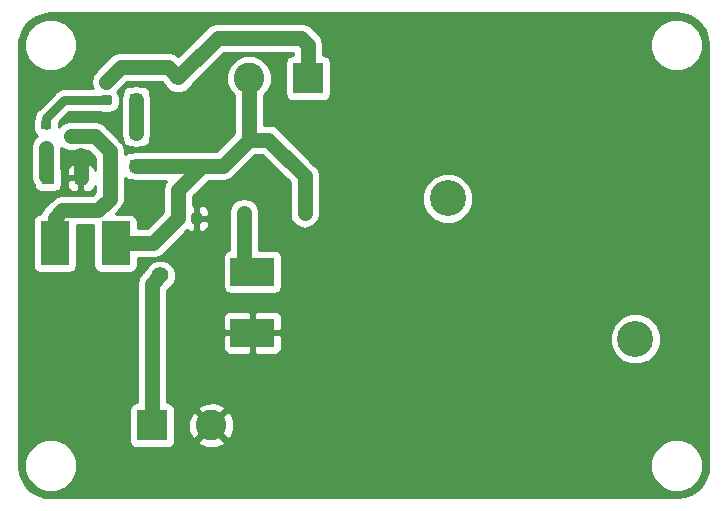
<source format=gbr>
G04 #@! TF.GenerationSoftware,KiCad,Pcbnew,5.0.1*
G04 #@! TF.CreationDate,2019-03-15T13:28:57+13:00*
G04 #@! TF.ProjectId,spiroBoard,737069726F426F6172642E6B69636164,rev?*
G04 #@! TF.SameCoordinates,Original*
G04 #@! TF.FileFunction,Copper,L1,Top,Signal*
G04 #@! TF.FilePolarity,Positive*
%FSLAX46Y46*%
G04 Gerber Fmt 4.6, Leading zero omitted, Abs format (unit mm)*
G04 Created by KiCad (PCBNEW 5.0.1) date Fri 15 Mar 2019 01:28:57 PM NZDT*
%MOMM*%
%LPD*%
G01*
G04 APERTURE LIST*
G04 #@! TA.AperFunction,ComponentPad*
%ADD10C,1.200000*%
G04 #@! TD*
G04 #@! TA.AperFunction,SMDPad,CuDef*
%ADD11R,3.700000X2.450000*%
G04 #@! TD*
G04 #@! TA.AperFunction,SMDPad,CuDef*
%ADD12R,2.450000X3.700000*%
G04 #@! TD*
G04 #@! TA.AperFunction,Conductor*
%ADD13C,0.100000*%
G04 #@! TD*
G04 #@! TA.AperFunction,SMDPad,CuDef*
%ADD14C,0.875000*%
G04 #@! TD*
G04 #@! TA.AperFunction,SMDPad,CuDef*
%ADD15R,1.100000X1.100000*%
G04 #@! TD*
G04 #@! TA.AperFunction,ComponentPad*
%ADD16R,2.600000X2.600000*%
G04 #@! TD*
G04 #@! TA.AperFunction,ComponentPad*
%ADD17C,2.600000*%
G04 #@! TD*
G04 #@! TA.AperFunction,SMDPad,CuDef*
%ADD18R,0.900000X0.700000*%
G04 #@! TD*
G04 #@! TA.AperFunction,ComponentPad*
%ADD19C,3.050000*%
G04 #@! TD*
G04 #@! TA.AperFunction,ViaPad*
%ADD20C,0.800000*%
G04 #@! TD*
G04 #@! TA.AperFunction,ViaPad*
%ADD21C,1.400000*%
G04 #@! TD*
G04 #@! TA.AperFunction,Conductor*
%ADD22C,0.250000*%
G04 #@! TD*
G04 #@! TA.AperFunction,Conductor*
%ADD23C,1.270000*%
G04 #@! TD*
G04 #@! TA.AperFunction,Conductor*
%ADD24C,0.760000*%
G04 #@! TD*
G04 #@! TA.AperFunction,Conductor*
%ADD25C,0.254000*%
G04 #@! TD*
G04 APERTURE END LIST*
D10*
G04 #@! TO.P,R3,2*
G04 #@! TO.N,Net-(R3-Pad2)*
X152400000Y-90242000D03*
G04 #@! TO.P,R3,1*
G04 #@! TO.N,/solenoid-*
X157500000Y-90242000D03*
G04 #@! TD*
D11*
G04 #@! TO.P,R5,1*
G04 #@! TO.N,Net-(R3-Pad2)*
X153090000Y-95200000D03*
G04 #@! TO.P,R5,2*
G04 #@! TO.N,/GND*
X153090000Y-100350000D03*
G04 #@! TD*
D12*
G04 #@! TO.P,R2,2*
G04 #@! TO.N,/solenoid-*
X141498000Y-92782000D03*
G04 #@! TO.P,R2,1*
G04 #@! TO.N,Net-(PMOS1-Pad3)*
X136348000Y-92782000D03*
G04 #@! TD*
D13*
G04 #@! TO.N,/solenoid-*
G04 #@! TO.C,C1*
G36*
X147026691Y-90204053D02*
X147047926Y-90207203D01*
X147068750Y-90212419D01*
X147088962Y-90219651D01*
X147108368Y-90228830D01*
X147126781Y-90239866D01*
X147144024Y-90252654D01*
X147159930Y-90267070D01*
X147174346Y-90282976D01*
X147187134Y-90300219D01*
X147198170Y-90318632D01*
X147207349Y-90338038D01*
X147214581Y-90358250D01*
X147219797Y-90379074D01*
X147222947Y-90400309D01*
X147224000Y-90421750D01*
X147224000Y-90934250D01*
X147222947Y-90955691D01*
X147219797Y-90976926D01*
X147214581Y-90997750D01*
X147207349Y-91017962D01*
X147198170Y-91037368D01*
X147187134Y-91055781D01*
X147174346Y-91073024D01*
X147159930Y-91088930D01*
X147144024Y-91103346D01*
X147126781Y-91116134D01*
X147108368Y-91127170D01*
X147088962Y-91136349D01*
X147068750Y-91143581D01*
X147047926Y-91148797D01*
X147026691Y-91151947D01*
X147005250Y-91153000D01*
X146567750Y-91153000D01*
X146546309Y-91151947D01*
X146525074Y-91148797D01*
X146504250Y-91143581D01*
X146484038Y-91136349D01*
X146464632Y-91127170D01*
X146446219Y-91116134D01*
X146428976Y-91103346D01*
X146413070Y-91088930D01*
X146398654Y-91073024D01*
X146385866Y-91055781D01*
X146374830Y-91037368D01*
X146365651Y-91017962D01*
X146358419Y-90997750D01*
X146353203Y-90976926D01*
X146350053Y-90955691D01*
X146349000Y-90934250D01*
X146349000Y-90421750D01*
X146350053Y-90400309D01*
X146353203Y-90379074D01*
X146358419Y-90358250D01*
X146365651Y-90338038D01*
X146374830Y-90318632D01*
X146385866Y-90300219D01*
X146398654Y-90282976D01*
X146413070Y-90267070D01*
X146428976Y-90252654D01*
X146446219Y-90239866D01*
X146464632Y-90228830D01*
X146484038Y-90219651D01*
X146504250Y-90212419D01*
X146525074Y-90207203D01*
X146546309Y-90204053D01*
X146567750Y-90203000D01*
X147005250Y-90203000D01*
X147026691Y-90204053D01*
X147026691Y-90204053D01*
G37*
D14*
G04 #@! TD*
G04 #@! TO.P,C1,1*
G04 #@! TO.N,/solenoid-*
X146786500Y-90678000D03*
D13*
G04 #@! TO.N,/GND*
G04 #@! TO.C,C1*
G36*
X148601691Y-90204053D02*
X148622926Y-90207203D01*
X148643750Y-90212419D01*
X148663962Y-90219651D01*
X148683368Y-90228830D01*
X148701781Y-90239866D01*
X148719024Y-90252654D01*
X148734930Y-90267070D01*
X148749346Y-90282976D01*
X148762134Y-90300219D01*
X148773170Y-90318632D01*
X148782349Y-90338038D01*
X148789581Y-90358250D01*
X148794797Y-90379074D01*
X148797947Y-90400309D01*
X148799000Y-90421750D01*
X148799000Y-90934250D01*
X148797947Y-90955691D01*
X148794797Y-90976926D01*
X148789581Y-90997750D01*
X148782349Y-91017962D01*
X148773170Y-91037368D01*
X148762134Y-91055781D01*
X148749346Y-91073024D01*
X148734930Y-91088930D01*
X148719024Y-91103346D01*
X148701781Y-91116134D01*
X148683368Y-91127170D01*
X148663962Y-91136349D01*
X148643750Y-91143581D01*
X148622926Y-91148797D01*
X148601691Y-91151947D01*
X148580250Y-91153000D01*
X148142750Y-91153000D01*
X148121309Y-91151947D01*
X148100074Y-91148797D01*
X148079250Y-91143581D01*
X148059038Y-91136349D01*
X148039632Y-91127170D01*
X148021219Y-91116134D01*
X148003976Y-91103346D01*
X147988070Y-91088930D01*
X147973654Y-91073024D01*
X147960866Y-91055781D01*
X147949830Y-91037368D01*
X147940651Y-91017962D01*
X147933419Y-90997750D01*
X147928203Y-90976926D01*
X147925053Y-90955691D01*
X147924000Y-90934250D01*
X147924000Y-90421750D01*
X147925053Y-90400309D01*
X147928203Y-90379074D01*
X147933419Y-90358250D01*
X147940651Y-90338038D01*
X147949830Y-90318632D01*
X147960866Y-90300219D01*
X147973654Y-90282976D01*
X147988070Y-90267070D01*
X148003976Y-90252654D01*
X148021219Y-90239866D01*
X148039632Y-90228830D01*
X148059038Y-90219651D01*
X148079250Y-90212419D01*
X148100074Y-90207203D01*
X148121309Y-90204053D01*
X148142750Y-90203000D01*
X148580250Y-90203000D01*
X148601691Y-90204053D01*
X148601691Y-90204053D01*
G37*
D14*
G04 #@! TD*
G04 #@! TO.P,C1,2*
G04 #@! TO.N,/GND*
X148361500Y-90678000D03*
D15*
G04 #@! TO.P,D1,1*
G04 #@! TO.N,/Vin*
X143256000Y-77848000D03*
G04 #@! TO.P,D1,2*
G04 #@! TO.N,Net-(D1-Pad2)*
X143256000Y-80648000D03*
G04 #@! TD*
G04 #@! TO.P,D2,2*
G04 #@! TO.N,/solenoid-*
X143256000Y-86236000D03*
G04 #@! TO.P,D2,1*
G04 #@! TO.N,Net-(D1-Pad2)*
X143256000Y-83436000D03*
G04 #@! TD*
G04 #@! TO.P,D3,1*
G04 #@! TO.N,/GND*
X138560000Y-87249000D03*
G04 #@! TO.P,D3,2*
G04 #@! TO.N,Net-(D3-Pad2)*
X135760000Y-87249000D03*
G04 #@! TD*
D16*
G04 #@! TO.P,INPUT1,1*
G04 #@! TO.N,/Vin*
X144600000Y-108200000D03*
D17*
G04 #@! TO.P,INPUT1,2*
G04 #@! TO.N,/GND*
X149600000Y-108200000D03*
G04 #@! TD*
G04 #@! TO.P,SOL1,2*
G04 #@! TO.N,/solenoid-*
X152800000Y-78800000D03*
D16*
G04 #@! TO.P,SOL1,1*
G04 #@! TO.N,/Vin*
X157800000Y-78800000D03*
G04 #@! TD*
D18*
G04 #@! TO.P,PMOS1,1*
G04 #@! TO.N,Net-(PMOS1-Pad1)*
X135636000Y-82773000D03*
G04 #@! TO.P,PMOS1,3*
G04 #@! TO.N,Net-(PMOS1-Pad3)*
X137736000Y-83723000D03*
G04 #@! TO.P,PMOS1,2*
G04 #@! TO.N,Net-(D3-Pad2)*
X135636000Y-84673000D03*
G04 #@! TD*
D13*
G04 #@! TO.N,/Vin*
G04 #@! TO.C,R1*
G36*
X140993691Y-78659053D02*
X141014926Y-78662203D01*
X141035750Y-78667419D01*
X141055962Y-78674651D01*
X141075368Y-78683830D01*
X141093781Y-78694866D01*
X141111024Y-78707654D01*
X141126930Y-78722070D01*
X141141346Y-78737976D01*
X141154134Y-78755219D01*
X141165170Y-78773632D01*
X141174349Y-78793038D01*
X141181581Y-78813250D01*
X141186797Y-78834074D01*
X141189947Y-78855309D01*
X141191000Y-78876750D01*
X141191000Y-79314250D01*
X141189947Y-79335691D01*
X141186797Y-79356926D01*
X141181581Y-79377750D01*
X141174349Y-79397962D01*
X141165170Y-79417368D01*
X141154134Y-79435781D01*
X141141346Y-79453024D01*
X141126930Y-79468930D01*
X141111024Y-79483346D01*
X141093781Y-79496134D01*
X141075368Y-79507170D01*
X141055962Y-79516349D01*
X141035750Y-79523581D01*
X141014926Y-79528797D01*
X140993691Y-79531947D01*
X140972250Y-79533000D01*
X140459750Y-79533000D01*
X140438309Y-79531947D01*
X140417074Y-79528797D01*
X140396250Y-79523581D01*
X140376038Y-79516349D01*
X140356632Y-79507170D01*
X140338219Y-79496134D01*
X140320976Y-79483346D01*
X140305070Y-79468930D01*
X140290654Y-79453024D01*
X140277866Y-79435781D01*
X140266830Y-79417368D01*
X140257651Y-79397962D01*
X140250419Y-79377750D01*
X140245203Y-79356926D01*
X140242053Y-79335691D01*
X140241000Y-79314250D01*
X140241000Y-78876750D01*
X140242053Y-78855309D01*
X140245203Y-78834074D01*
X140250419Y-78813250D01*
X140257651Y-78793038D01*
X140266830Y-78773632D01*
X140277866Y-78755219D01*
X140290654Y-78737976D01*
X140305070Y-78722070D01*
X140320976Y-78707654D01*
X140338219Y-78694866D01*
X140356632Y-78683830D01*
X140376038Y-78674651D01*
X140396250Y-78667419D01*
X140417074Y-78662203D01*
X140438309Y-78659053D01*
X140459750Y-78658000D01*
X140972250Y-78658000D01*
X140993691Y-78659053D01*
X140993691Y-78659053D01*
G37*
D14*
G04 #@! TD*
G04 #@! TO.P,R1,1*
G04 #@! TO.N,/Vin*
X140716000Y-79095500D03*
D13*
G04 #@! TO.N,Net-(PMOS1-Pad1)*
G04 #@! TO.C,R1*
G36*
X140993691Y-80234053D02*
X141014926Y-80237203D01*
X141035750Y-80242419D01*
X141055962Y-80249651D01*
X141075368Y-80258830D01*
X141093781Y-80269866D01*
X141111024Y-80282654D01*
X141126930Y-80297070D01*
X141141346Y-80312976D01*
X141154134Y-80330219D01*
X141165170Y-80348632D01*
X141174349Y-80368038D01*
X141181581Y-80388250D01*
X141186797Y-80409074D01*
X141189947Y-80430309D01*
X141191000Y-80451750D01*
X141191000Y-80889250D01*
X141189947Y-80910691D01*
X141186797Y-80931926D01*
X141181581Y-80952750D01*
X141174349Y-80972962D01*
X141165170Y-80992368D01*
X141154134Y-81010781D01*
X141141346Y-81028024D01*
X141126930Y-81043930D01*
X141111024Y-81058346D01*
X141093781Y-81071134D01*
X141075368Y-81082170D01*
X141055962Y-81091349D01*
X141035750Y-81098581D01*
X141014926Y-81103797D01*
X140993691Y-81106947D01*
X140972250Y-81108000D01*
X140459750Y-81108000D01*
X140438309Y-81106947D01*
X140417074Y-81103797D01*
X140396250Y-81098581D01*
X140376038Y-81091349D01*
X140356632Y-81082170D01*
X140338219Y-81071134D01*
X140320976Y-81058346D01*
X140305070Y-81043930D01*
X140290654Y-81028024D01*
X140277866Y-81010781D01*
X140266830Y-80992368D01*
X140257651Y-80972962D01*
X140250419Y-80952750D01*
X140245203Y-80931926D01*
X140242053Y-80910691D01*
X140241000Y-80889250D01*
X140241000Y-80451750D01*
X140242053Y-80430309D01*
X140245203Y-80409074D01*
X140250419Y-80388250D01*
X140257651Y-80368038D01*
X140266830Y-80348632D01*
X140277866Y-80330219D01*
X140290654Y-80312976D01*
X140305070Y-80297070D01*
X140320976Y-80282654D01*
X140338219Y-80269866D01*
X140356632Y-80258830D01*
X140376038Y-80249651D01*
X140396250Y-80242419D01*
X140417074Y-80237203D01*
X140438309Y-80234053D01*
X140459750Y-80233000D01*
X140972250Y-80233000D01*
X140993691Y-80234053D01*
X140993691Y-80234053D01*
G37*
D14*
G04 #@! TD*
G04 #@! TO.P,R1,2*
G04 #@! TO.N,Net-(PMOS1-Pad1)*
X140716000Y-80670500D03*
D19*
G04 #@! TO.P,Solenoid1,~*
G04 #@! TO.N,N/C*
X185502473Y-100875901D03*
X169627473Y-88985901D03*
G04 #@! TD*
D20*
G04 #@! TO.N,/GND*
X153200000Y-100400000D03*
D21*
X138560000Y-85400000D03*
X143800000Y-88600000D03*
G04 #@! TO.N,/Vin*
X145288000Y-95504000D03*
X146812000Y-78740000D03*
G04 #@! TD*
D22*
G04 #@! TO.N,/solenoid-*
X143380000Y-86360000D02*
X143256000Y-86236000D01*
X142103500Y-92176500D02*
X141498000Y-92782000D01*
D23*
X144682500Y-92782000D02*
X146812000Y-90652500D01*
X141498000Y-92782000D02*
X144682500Y-92782000D01*
X146812000Y-88268000D02*
X148844000Y-86236000D01*
X146812000Y-90652500D02*
X146812000Y-88268000D01*
X147320000Y-86236000D02*
X148844000Y-86236000D01*
X147320000Y-86236000D02*
X143256000Y-86236000D01*
X148844000Y-86236000D02*
X150564000Y-86236000D01*
X152800000Y-84000000D02*
X152800000Y-78800000D01*
X150564000Y-86236000D02*
X152800000Y-84000000D01*
X157500000Y-90242000D02*
X157500000Y-87100000D01*
X154400000Y-84000000D02*
X152800000Y-84000000D01*
X157500000Y-87100000D02*
X154400000Y-84000000D01*
D22*
G04 #@! TO.N,/GND*
X138560000Y-85240000D02*
X138600000Y-85200000D01*
D23*
X138560000Y-85400000D02*
X138560000Y-87249000D01*
G04 #@! TO.N,/Vin*
X146812000Y-78740000D02*
X145920000Y-77848000D01*
X141963500Y-77848000D02*
X143256000Y-77848000D01*
X140716000Y-79095500D02*
X141963500Y-77848000D01*
X143256000Y-77848000D02*
X145920000Y-77848000D01*
X144600000Y-96192000D02*
X145288000Y-95504000D01*
X144600000Y-108200000D02*
X144600000Y-96192000D01*
X157200000Y-75400000D02*
X157800000Y-76000000D01*
X146812000Y-78740000D02*
X150152000Y-75400000D01*
X157800000Y-76000000D02*
X157800000Y-78800000D01*
X150152000Y-75400000D02*
X157200000Y-75400000D01*
D24*
G04 #@! TO.N,Net-(PMOS1-Pad1)*
X137138500Y-80670500D02*
X135636000Y-82173000D01*
X135636000Y-82173000D02*
X135636000Y-82773000D01*
X140716000Y-80670500D02*
X137138500Y-80670500D01*
D22*
G04 #@! TO.N,Net-(PMOS1-Pad3)*
X136348000Y-92157000D02*
X136348000Y-92782000D01*
D23*
X136348000Y-92782000D02*
X136348000Y-90652000D01*
X136348000Y-90652000D02*
X137000000Y-90000000D01*
X137000000Y-90000000D02*
X140000000Y-90000000D01*
X140000000Y-90000000D02*
X141000000Y-89000000D01*
X141000000Y-89000000D02*
X141000000Y-85000000D01*
X139723000Y-83723000D02*
X137736000Y-83723000D01*
X141000000Y-85000000D02*
X139723000Y-83723000D01*
G04 #@! TO.N,Net-(D1-Pad2)*
X143256000Y-83436000D02*
X143256000Y-80648000D01*
D22*
G04 #@! TO.N,Net-(D3-Pad2)*
X135636000Y-86744000D02*
X135760000Y-86868000D01*
X135636000Y-87125000D02*
X135760000Y-87249000D01*
D23*
X135636000Y-84673000D02*
X135636000Y-87125000D01*
D22*
G04 #@! TO.N,Net-(R3-Pad2)*
X152400000Y-94510000D02*
X153090000Y-95200000D01*
D23*
X152400000Y-90242000D02*
X152400000Y-94510000D01*
G04 #@! TD*
D25*
G04 #@! TO.N,/GND*
G36*
X189576741Y-73376831D02*
X190126574Y-73561871D01*
X190623847Y-73860662D01*
X191045359Y-74259267D01*
X191371440Y-74739082D01*
X191586885Y-75277730D01*
X191686327Y-75878414D01*
X191690000Y-76009906D01*
X191690001Y-111561541D01*
X191623169Y-112176741D01*
X191438129Y-112726574D01*
X191139339Y-113223845D01*
X190740737Y-113645356D01*
X190260918Y-113971441D01*
X189722270Y-114186884D01*
X189121585Y-114286327D01*
X188990094Y-114290000D01*
X136038450Y-114290000D01*
X135423259Y-114223169D01*
X134873426Y-114038129D01*
X134376155Y-113739339D01*
X133954644Y-113340737D01*
X133628559Y-112860918D01*
X133413116Y-112322270D01*
X133313673Y-111721585D01*
X133310000Y-111590094D01*
X133310000Y-111155431D01*
X133765000Y-111155431D01*
X133765000Y-112044569D01*
X134105259Y-112866026D01*
X134733974Y-113494741D01*
X135555431Y-113835000D01*
X136444569Y-113835000D01*
X137266026Y-113494741D01*
X137894741Y-112866026D01*
X138235000Y-112044569D01*
X138235000Y-111155431D01*
X186765000Y-111155431D01*
X186765000Y-112044569D01*
X187105259Y-112866026D01*
X187733974Y-113494741D01*
X188555431Y-113835000D01*
X189444569Y-113835000D01*
X190266026Y-113494741D01*
X190894741Y-112866026D01*
X191235000Y-112044569D01*
X191235000Y-111155431D01*
X190894741Y-110333974D01*
X190266026Y-109705259D01*
X189444569Y-109365000D01*
X188555431Y-109365000D01*
X187733974Y-109705259D01*
X187105259Y-110333974D01*
X186765000Y-111155431D01*
X138235000Y-111155431D01*
X137894741Y-110333974D01*
X137266026Y-109705259D01*
X136444569Y-109365000D01*
X135555431Y-109365000D01*
X134733974Y-109705259D01*
X134105259Y-110333974D01*
X133765000Y-111155431D01*
X133310000Y-111155431D01*
X133310000Y-106900000D01*
X142652560Y-106900000D01*
X142652560Y-109500000D01*
X142701843Y-109747765D01*
X142842191Y-109957809D01*
X143052235Y-110098157D01*
X143300000Y-110147440D01*
X145900000Y-110147440D01*
X146147765Y-110098157D01*
X146357809Y-109957809D01*
X146498157Y-109747765D01*
X146533623Y-109569459D01*
X148410146Y-109569459D01*
X148545504Y-109867455D01*
X149263880Y-110144066D01*
X150033427Y-110124710D01*
X150654496Y-109867455D01*
X150789854Y-109569459D01*
X149600000Y-108379605D01*
X148410146Y-109569459D01*
X146533623Y-109569459D01*
X146547440Y-109500000D01*
X146547440Y-107863880D01*
X147655934Y-107863880D01*
X147675290Y-108633427D01*
X147932545Y-109254496D01*
X148230541Y-109389854D01*
X149420395Y-108200000D01*
X149779605Y-108200000D01*
X150969459Y-109389854D01*
X151267455Y-109254496D01*
X151544066Y-108536120D01*
X151524710Y-107766573D01*
X151267455Y-107145504D01*
X150969459Y-107010146D01*
X149779605Y-108200000D01*
X149420395Y-108200000D01*
X148230541Y-107010146D01*
X147932545Y-107145504D01*
X147655934Y-107863880D01*
X146547440Y-107863880D01*
X146547440Y-106900000D01*
X146533624Y-106830541D01*
X148410146Y-106830541D01*
X149600000Y-108020395D01*
X150789854Y-106830541D01*
X150654496Y-106532545D01*
X149936120Y-106255934D01*
X149166573Y-106275290D01*
X148545504Y-106532545D01*
X148410146Y-106830541D01*
X146533624Y-106830541D01*
X146498157Y-106652235D01*
X146357809Y-106442191D01*
X146147765Y-106301843D01*
X145900000Y-106252560D01*
X145870000Y-106252560D01*
X145870000Y-100635750D01*
X150605000Y-100635750D01*
X150605000Y-101701309D01*
X150701673Y-101934698D01*
X150880301Y-102113327D01*
X151113690Y-102210000D01*
X152804250Y-102210000D01*
X152963000Y-102051250D01*
X152963000Y-100477000D01*
X153217000Y-100477000D01*
X153217000Y-102051250D01*
X153375750Y-102210000D01*
X155066310Y-102210000D01*
X155299699Y-102113327D01*
X155478327Y-101934698D01*
X155575000Y-101701309D01*
X155575000Y-100635750D01*
X155416250Y-100477000D01*
X153217000Y-100477000D01*
X152963000Y-100477000D01*
X150763750Y-100477000D01*
X150605000Y-100635750D01*
X145870000Y-100635750D01*
X145870000Y-100446250D01*
X183342473Y-100446250D01*
X183342473Y-101305552D01*
X183671313Y-102099443D01*
X184278931Y-102707061D01*
X185072822Y-103035901D01*
X185932124Y-103035901D01*
X186726015Y-102707061D01*
X187333633Y-102099443D01*
X187662473Y-101305552D01*
X187662473Y-100446250D01*
X187333633Y-99652359D01*
X186726015Y-99044741D01*
X185932124Y-98715901D01*
X185072822Y-98715901D01*
X184278931Y-99044741D01*
X183671313Y-99652359D01*
X183342473Y-100446250D01*
X145870000Y-100446250D01*
X145870000Y-98998691D01*
X150605000Y-98998691D01*
X150605000Y-100064250D01*
X150763750Y-100223000D01*
X152963000Y-100223000D01*
X152963000Y-98648750D01*
X153217000Y-98648750D01*
X153217000Y-100223000D01*
X155416250Y-100223000D01*
X155575000Y-100064250D01*
X155575000Y-98998691D01*
X155478327Y-98765302D01*
X155299699Y-98586673D01*
X155066310Y-98490000D01*
X153375750Y-98490000D01*
X153217000Y-98648750D01*
X152963000Y-98648750D01*
X152804250Y-98490000D01*
X151113690Y-98490000D01*
X150880301Y-98586673D01*
X150701673Y-98765302D01*
X150605000Y-98998691D01*
X145870000Y-98998691D01*
X145870000Y-96718050D01*
X145887291Y-96700759D01*
X146044217Y-96635758D01*
X146419758Y-96260217D01*
X146623000Y-95769548D01*
X146623000Y-95238452D01*
X146419758Y-94747783D01*
X146044217Y-94372242D01*
X145553548Y-94169000D01*
X145022452Y-94169000D01*
X144531783Y-94372242D01*
X144156242Y-94747783D01*
X144091241Y-94904709D01*
X143790419Y-95205531D01*
X143684383Y-95276382D01*
X143613532Y-95382418D01*
X143613530Y-95382420D01*
X143403688Y-95696471D01*
X143305121Y-96192000D01*
X143330001Y-96317080D01*
X143330000Y-106252560D01*
X143300000Y-106252560D01*
X143052235Y-106301843D01*
X142842191Y-106442191D01*
X142701843Y-106652235D01*
X142652560Y-106900000D01*
X133310000Y-106900000D01*
X133310000Y-84547921D01*
X134366000Y-84547921D01*
X134366001Y-87250080D01*
X134439688Y-87620529D01*
X134564095Y-87806717D01*
X134611843Y-88046765D01*
X134752191Y-88256809D01*
X134962235Y-88397157D01*
X135210000Y-88446440D01*
X136310000Y-88446440D01*
X136557765Y-88397157D01*
X136767809Y-88256809D01*
X136908157Y-88046765D01*
X136957440Y-87799000D01*
X136957440Y-87534750D01*
X137375000Y-87534750D01*
X137375000Y-87925310D01*
X137471673Y-88158699D01*
X137650302Y-88337327D01*
X137883691Y-88434000D01*
X138274250Y-88434000D01*
X138433000Y-88275250D01*
X138433000Y-87376000D01*
X137533750Y-87376000D01*
X137375000Y-87534750D01*
X136957440Y-87534750D01*
X136957440Y-86699000D01*
X136932316Y-86572690D01*
X137375000Y-86572690D01*
X137375000Y-86963250D01*
X137533750Y-87122000D01*
X138433000Y-87122000D01*
X138433000Y-86222750D01*
X138274250Y-86064000D01*
X137883691Y-86064000D01*
X137650302Y-86160673D01*
X137471673Y-86339301D01*
X137375000Y-86572690D01*
X136932316Y-86572690D01*
X136908157Y-86451235D01*
X136906000Y-86448007D01*
X136906000Y-84695826D01*
X137240471Y-84919313D01*
X137610920Y-84993000D01*
X139196950Y-84993000D01*
X139730001Y-85526052D01*
X139730001Y-86536478D01*
X139648327Y-86339301D01*
X139469698Y-86160673D01*
X139236309Y-86064000D01*
X138845750Y-86064000D01*
X138687000Y-86222750D01*
X138687000Y-87122000D01*
X138707000Y-87122000D01*
X138707000Y-87376000D01*
X138687000Y-87376000D01*
X138687000Y-88275250D01*
X138845750Y-88434000D01*
X139236309Y-88434000D01*
X139469698Y-88337327D01*
X139648327Y-88158699D01*
X139730000Y-87961523D01*
X139730000Y-88473949D01*
X139473950Y-88730000D01*
X137125074Y-88730000D01*
X136999999Y-88705121D01*
X136874924Y-88730000D01*
X136874920Y-88730000D01*
X136504471Y-88803687D01*
X136084382Y-89084382D01*
X136013530Y-89190420D01*
X135538419Y-89665531D01*
X135432383Y-89736382D01*
X135361532Y-89842418D01*
X135361530Y-89842420D01*
X135151688Y-90156471D01*
X135126209Y-90284560D01*
X135123000Y-90284560D01*
X134875235Y-90333843D01*
X134665191Y-90474191D01*
X134524843Y-90684235D01*
X134475560Y-90932000D01*
X134475560Y-94632000D01*
X134524843Y-94879765D01*
X134665191Y-95089809D01*
X134875235Y-95230157D01*
X135123000Y-95279440D01*
X137573000Y-95279440D01*
X137820765Y-95230157D01*
X138030809Y-95089809D01*
X138171157Y-94879765D01*
X138220440Y-94632000D01*
X138220440Y-91270000D01*
X139625560Y-91270000D01*
X139625560Y-94632000D01*
X139674843Y-94879765D01*
X139815191Y-95089809D01*
X140025235Y-95230157D01*
X140273000Y-95279440D01*
X142723000Y-95279440D01*
X142970765Y-95230157D01*
X143180809Y-95089809D01*
X143321157Y-94879765D01*
X143370440Y-94632000D01*
X143370440Y-94052000D01*
X144557425Y-94052000D01*
X144682500Y-94076879D01*
X144807575Y-94052000D01*
X144807580Y-94052000D01*
X145178029Y-93978313D01*
X145182987Y-93975000D01*
X150592560Y-93975000D01*
X150592560Y-96425000D01*
X150641843Y-96672765D01*
X150782191Y-96882809D01*
X150992235Y-97023157D01*
X151240000Y-97072440D01*
X154940000Y-97072440D01*
X155187765Y-97023157D01*
X155397809Y-96882809D01*
X155538157Y-96672765D01*
X155587440Y-96425000D01*
X155587440Y-93975000D01*
X155538157Y-93727235D01*
X155397809Y-93517191D01*
X155187765Y-93376843D01*
X154940000Y-93327560D01*
X153670000Y-93327560D01*
X153670000Y-90116920D01*
X153596313Y-89746471D01*
X153315618Y-89326382D01*
X152895528Y-89045687D01*
X152400000Y-88947120D01*
X151904471Y-89045687D01*
X151484382Y-89326382D01*
X151203687Y-89746472D01*
X151130000Y-90116921D01*
X151130001Y-93349440D01*
X150992235Y-93376843D01*
X150782191Y-93517191D01*
X150641843Y-93727235D01*
X150592560Y-93975000D01*
X145182987Y-93975000D01*
X145598118Y-93697618D01*
X145668971Y-93591579D01*
X147567782Y-91692769D01*
X147797691Y-91788000D01*
X148075750Y-91788000D01*
X148234500Y-91629250D01*
X148234500Y-90805000D01*
X148488500Y-90805000D01*
X148488500Y-91629250D01*
X148647250Y-91788000D01*
X148925309Y-91788000D01*
X149158698Y-91691327D01*
X149337327Y-91512699D01*
X149434000Y-91279310D01*
X149434000Y-90963750D01*
X149275250Y-90805000D01*
X148488500Y-90805000D01*
X148234500Y-90805000D01*
X148214500Y-90805000D01*
X148214500Y-90551000D01*
X148234500Y-90551000D01*
X148234500Y-89726750D01*
X148488500Y-89726750D01*
X148488500Y-90551000D01*
X149275250Y-90551000D01*
X149434000Y-90392250D01*
X149434000Y-90076690D01*
X149337327Y-89843301D01*
X149158698Y-89664673D01*
X148925309Y-89568000D01*
X148647250Y-89568000D01*
X148488500Y-89726750D01*
X148234500Y-89726750D01*
X148082000Y-89574250D01*
X148082000Y-88794050D01*
X149370051Y-87506000D01*
X150438925Y-87506000D01*
X150564000Y-87530879D01*
X150689075Y-87506000D01*
X150689080Y-87506000D01*
X151059529Y-87432313D01*
X151479618Y-87151618D01*
X151550471Y-87045579D01*
X153326051Y-85270000D01*
X153873950Y-85270000D01*
X156230001Y-87626052D01*
X156230000Y-90367079D01*
X156303687Y-90737528D01*
X156584382Y-91157618D01*
X157004471Y-91438313D01*
X157500000Y-91536880D01*
X157995528Y-91438313D01*
X158415618Y-91157618D01*
X158696313Y-90737529D01*
X158770000Y-90367080D01*
X158770000Y-88556250D01*
X167467473Y-88556250D01*
X167467473Y-89415552D01*
X167796313Y-90209443D01*
X168403931Y-90817061D01*
X169197822Y-91145901D01*
X170057124Y-91145901D01*
X170851015Y-90817061D01*
X171458633Y-90209443D01*
X171787473Y-89415552D01*
X171787473Y-88556250D01*
X171458633Y-87762359D01*
X170851015Y-87154741D01*
X170057124Y-86825901D01*
X169197822Y-86825901D01*
X168403931Y-87154741D01*
X167796313Y-87762359D01*
X167467473Y-88556250D01*
X158770000Y-88556250D01*
X158770000Y-87225074D01*
X158794879Y-87099999D01*
X158770000Y-86974924D01*
X158770000Y-86974920D01*
X158696313Y-86604471D01*
X158532962Y-86359999D01*
X158486470Y-86290419D01*
X158486469Y-86290418D01*
X158415618Y-86184382D01*
X158309581Y-86113531D01*
X155386471Y-83190421D01*
X155315618Y-83084382D01*
X154895529Y-82803687D01*
X154525080Y-82730000D01*
X154525075Y-82730000D01*
X154400000Y-82705121D01*
X154274925Y-82730000D01*
X154070000Y-82730000D01*
X154070000Y-80266504D01*
X154440414Y-79896090D01*
X154735000Y-79184895D01*
X154735000Y-78415105D01*
X154440414Y-77703910D01*
X153896090Y-77159586D01*
X153184895Y-76865000D01*
X152415105Y-76865000D01*
X151703910Y-77159586D01*
X151159586Y-77703910D01*
X150865000Y-78415105D01*
X150865000Y-79184895D01*
X151159586Y-79896090D01*
X151530001Y-80266505D01*
X151530000Y-83473949D01*
X150037950Y-84966000D01*
X148969075Y-84966000D01*
X148844000Y-84941121D01*
X148718925Y-84966000D01*
X143130920Y-84966000D01*
X142766137Y-85038560D01*
X142706000Y-85038560D01*
X142458235Y-85087843D01*
X142270000Y-85213619D01*
X142270000Y-85125076D01*
X142294879Y-85000000D01*
X142270000Y-84874924D01*
X142270000Y-84874920D01*
X142196313Y-84504471D01*
X142015433Y-84233765D01*
X141986470Y-84190419D01*
X141986469Y-84190418D01*
X141915618Y-84084382D01*
X141809581Y-84013530D01*
X141357130Y-83561079D01*
X141986000Y-83561079D01*
X142058560Y-83925862D01*
X142058560Y-83986000D01*
X142107843Y-84233765D01*
X142248191Y-84443809D01*
X142458235Y-84584157D01*
X142706000Y-84633440D01*
X142766137Y-84633440D01*
X143256000Y-84730880D01*
X143745862Y-84633440D01*
X143806000Y-84633440D01*
X144053765Y-84584157D01*
X144263809Y-84443809D01*
X144404157Y-84233765D01*
X144453440Y-83986000D01*
X144453440Y-83925863D01*
X144526000Y-83561080D01*
X144526000Y-80522920D01*
X144453440Y-80158137D01*
X144453440Y-80098000D01*
X144404157Y-79850235D01*
X144263809Y-79640191D01*
X144053765Y-79499843D01*
X143806000Y-79450560D01*
X143745863Y-79450560D01*
X143256000Y-79353120D01*
X142766138Y-79450560D01*
X142706000Y-79450560D01*
X142458235Y-79499843D01*
X142248191Y-79640191D01*
X142107843Y-79850235D01*
X142058560Y-80098000D01*
X142058560Y-80158142D01*
X141986001Y-80522920D01*
X141986000Y-83561079D01*
X141357130Y-83561079D01*
X140709471Y-82913421D01*
X140638618Y-82807382D01*
X140218529Y-82526687D01*
X139848080Y-82453000D01*
X139848075Y-82453000D01*
X139723000Y-82428121D01*
X139597925Y-82453000D01*
X137610920Y-82453000D01*
X137240471Y-82526687D01*
X136820382Y-82807382D01*
X136733440Y-82937500D01*
X136733440Y-82510986D01*
X137558927Y-81685500D01*
X140122279Y-81685500D01*
X140128273Y-81689505D01*
X140459750Y-81755440D01*
X140972250Y-81755440D01*
X141303727Y-81689505D01*
X141584739Y-81501739D01*
X141772505Y-81220727D01*
X141838440Y-80889250D01*
X141838440Y-80451750D01*
X141772505Y-80120273D01*
X141658259Y-79949291D01*
X142489551Y-79118000D01*
X145393949Y-79118000D01*
X145615242Y-79339293D01*
X145680242Y-79496217D01*
X146055783Y-79871758D01*
X146546452Y-80075000D01*
X147077548Y-80075000D01*
X147568217Y-79871758D01*
X147943758Y-79496217D01*
X148008759Y-79339291D01*
X150678051Y-76670000D01*
X156530000Y-76670000D01*
X156530000Y-76852560D01*
X156500000Y-76852560D01*
X156252235Y-76901843D01*
X156042191Y-77042191D01*
X155901843Y-77252235D01*
X155852560Y-77500000D01*
X155852560Y-80100000D01*
X155901843Y-80347765D01*
X156042191Y-80557809D01*
X156252235Y-80698157D01*
X156500000Y-80747440D01*
X159100000Y-80747440D01*
X159347765Y-80698157D01*
X159557809Y-80557809D01*
X159698157Y-80347765D01*
X159747440Y-80100000D01*
X159747440Y-77500000D01*
X159698157Y-77252235D01*
X159557809Y-77042191D01*
X159347765Y-76901843D01*
X159100000Y-76852560D01*
X159070000Y-76852560D01*
X159070000Y-76125074D01*
X159094879Y-75999999D01*
X159070000Y-75874924D01*
X159070000Y-75874920D01*
X159006450Y-75555431D01*
X186765000Y-75555431D01*
X186765000Y-76444569D01*
X187105259Y-77266026D01*
X187733974Y-77894741D01*
X188555431Y-78235000D01*
X189444569Y-78235000D01*
X190266026Y-77894741D01*
X190894741Y-77266026D01*
X191235000Y-76444569D01*
X191235000Y-75555431D01*
X190894741Y-74733974D01*
X190266026Y-74105259D01*
X189444569Y-73765000D01*
X188555431Y-73765000D01*
X187733974Y-74105259D01*
X187105259Y-74733974D01*
X186765000Y-75555431D01*
X159006450Y-75555431D01*
X158996313Y-75504471D01*
X158715618Y-75084382D01*
X158609579Y-75013529D01*
X158186471Y-74590421D01*
X158115618Y-74484382D01*
X157695529Y-74203687D01*
X157325080Y-74130000D01*
X157325075Y-74130000D01*
X157200000Y-74105121D01*
X157074925Y-74130000D01*
X150277074Y-74130000D01*
X150151999Y-74105121D01*
X150026924Y-74130000D01*
X150026920Y-74130000D01*
X149656471Y-74203687D01*
X149236382Y-74484382D01*
X149165531Y-74590419D01*
X146828394Y-76927555D01*
X146415529Y-76651687D01*
X146045080Y-76578000D01*
X146045075Y-76578000D01*
X145920000Y-76553121D01*
X145794925Y-76578000D01*
X142088574Y-76578000D01*
X141963499Y-76553121D01*
X141838424Y-76578000D01*
X141838420Y-76578000D01*
X141467971Y-76651687D01*
X141047882Y-76932382D01*
X140977030Y-77038419D01*
X139729530Y-78285920D01*
X139519688Y-78599971D01*
X139421121Y-79095500D01*
X139519688Y-79591029D01*
X139562766Y-79655500D01*
X137238463Y-79655500D01*
X137138500Y-79635616D01*
X137038536Y-79655500D01*
X137038532Y-79655500D01*
X136742467Y-79714391D01*
X136742465Y-79714392D01*
X136742466Y-79714392D01*
X136506951Y-79871758D01*
X136406726Y-79938726D01*
X136350099Y-80023474D01*
X134988976Y-81384598D01*
X134904226Y-81441226D01*
X134679891Y-81776968D01*
X134621000Y-82073033D01*
X134621000Y-82073037D01*
X134606109Y-82147898D01*
X134587843Y-82175235D01*
X134538560Y-82423000D01*
X134538560Y-83123000D01*
X134587843Y-83370765D01*
X134728191Y-83580809D01*
X134856416Y-83666487D01*
X134720382Y-83757382D01*
X134439687Y-84177472D01*
X134366000Y-84547921D01*
X133310000Y-84547921D01*
X133310000Y-76038450D01*
X133362472Y-75555431D01*
X133765000Y-75555431D01*
X133765000Y-76444569D01*
X134105259Y-77266026D01*
X134733974Y-77894741D01*
X135555431Y-78235000D01*
X136444569Y-78235000D01*
X137266026Y-77894741D01*
X137894741Y-77266026D01*
X138235000Y-76444569D01*
X138235000Y-75555431D01*
X137894741Y-74733974D01*
X137266026Y-74105259D01*
X136444569Y-73765000D01*
X135555431Y-73765000D01*
X134733974Y-74105259D01*
X134105259Y-74733974D01*
X133765000Y-75555431D01*
X133362472Y-75555431D01*
X133376831Y-75423259D01*
X133561871Y-74873426D01*
X133860662Y-74376153D01*
X134259267Y-73954641D01*
X134739082Y-73628560D01*
X135277730Y-73413115D01*
X135878414Y-73313673D01*
X136009906Y-73310000D01*
X188961550Y-73310000D01*
X189576741Y-73376831D01*
X189576741Y-73376831D01*
G37*
X189576741Y-73376831D02*
X190126574Y-73561871D01*
X190623847Y-73860662D01*
X191045359Y-74259267D01*
X191371440Y-74739082D01*
X191586885Y-75277730D01*
X191686327Y-75878414D01*
X191690000Y-76009906D01*
X191690001Y-111561541D01*
X191623169Y-112176741D01*
X191438129Y-112726574D01*
X191139339Y-113223845D01*
X190740737Y-113645356D01*
X190260918Y-113971441D01*
X189722270Y-114186884D01*
X189121585Y-114286327D01*
X188990094Y-114290000D01*
X136038450Y-114290000D01*
X135423259Y-114223169D01*
X134873426Y-114038129D01*
X134376155Y-113739339D01*
X133954644Y-113340737D01*
X133628559Y-112860918D01*
X133413116Y-112322270D01*
X133313673Y-111721585D01*
X133310000Y-111590094D01*
X133310000Y-111155431D01*
X133765000Y-111155431D01*
X133765000Y-112044569D01*
X134105259Y-112866026D01*
X134733974Y-113494741D01*
X135555431Y-113835000D01*
X136444569Y-113835000D01*
X137266026Y-113494741D01*
X137894741Y-112866026D01*
X138235000Y-112044569D01*
X138235000Y-111155431D01*
X186765000Y-111155431D01*
X186765000Y-112044569D01*
X187105259Y-112866026D01*
X187733974Y-113494741D01*
X188555431Y-113835000D01*
X189444569Y-113835000D01*
X190266026Y-113494741D01*
X190894741Y-112866026D01*
X191235000Y-112044569D01*
X191235000Y-111155431D01*
X190894741Y-110333974D01*
X190266026Y-109705259D01*
X189444569Y-109365000D01*
X188555431Y-109365000D01*
X187733974Y-109705259D01*
X187105259Y-110333974D01*
X186765000Y-111155431D01*
X138235000Y-111155431D01*
X137894741Y-110333974D01*
X137266026Y-109705259D01*
X136444569Y-109365000D01*
X135555431Y-109365000D01*
X134733974Y-109705259D01*
X134105259Y-110333974D01*
X133765000Y-111155431D01*
X133310000Y-111155431D01*
X133310000Y-106900000D01*
X142652560Y-106900000D01*
X142652560Y-109500000D01*
X142701843Y-109747765D01*
X142842191Y-109957809D01*
X143052235Y-110098157D01*
X143300000Y-110147440D01*
X145900000Y-110147440D01*
X146147765Y-110098157D01*
X146357809Y-109957809D01*
X146498157Y-109747765D01*
X146533623Y-109569459D01*
X148410146Y-109569459D01*
X148545504Y-109867455D01*
X149263880Y-110144066D01*
X150033427Y-110124710D01*
X150654496Y-109867455D01*
X150789854Y-109569459D01*
X149600000Y-108379605D01*
X148410146Y-109569459D01*
X146533623Y-109569459D01*
X146547440Y-109500000D01*
X146547440Y-107863880D01*
X147655934Y-107863880D01*
X147675290Y-108633427D01*
X147932545Y-109254496D01*
X148230541Y-109389854D01*
X149420395Y-108200000D01*
X149779605Y-108200000D01*
X150969459Y-109389854D01*
X151267455Y-109254496D01*
X151544066Y-108536120D01*
X151524710Y-107766573D01*
X151267455Y-107145504D01*
X150969459Y-107010146D01*
X149779605Y-108200000D01*
X149420395Y-108200000D01*
X148230541Y-107010146D01*
X147932545Y-107145504D01*
X147655934Y-107863880D01*
X146547440Y-107863880D01*
X146547440Y-106900000D01*
X146533624Y-106830541D01*
X148410146Y-106830541D01*
X149600000Y-108020395D01*
X150789854Y-106830541D01*
X150654496Y-106532545D01*
X149936120Y-106255934D01*
X149166573Y-106275290D01*
X148545504Y-106532545D01*
X148410146Y-106830541D01*
X146533624Y-106830541D01*
X146498157Y-106652235D01*
X146357809Y-106442191D01*
X146147765Y-106301843D01*
X145900000Y-106252560D01*
X145870000Y-106252560D01*
X145870000Y-100635750D01*
X150605000Y-100635750D01*
X150605000Y-101701309D01*
X150701673Y-101934698D01*
X150880301Y-102113327D01*
X151113690Y-102210000D01*
X152804250Y-102210000D01*
X152963000Y-102051250D01*
X152963000Y-100477000D01*
X153217000Y-100477000D01*
X153217000Y-102051250D01*
X153375750Y-102210000D01*
X155066310Y-102210000D01*
X155299699Y-102113327D01*
X155478327Y-101934698D01*
X155575000Y-101701309D01*
X155575000Y-100635750D01*
X155416250Y-100477000D01*
X153217000Y-100477000D01*
X152963000Y-100477000D01*
X150763750Y-100477000D01*
X150605000Y-100635750D01*
X145870000Y-100635750D01*
X145870000Y-100446250D01*
X183342473Y-100446250D01*
X183342473Y-101305552D01*
X183671313Y-102099443D01*
X184278931Y-102707061D01*
X185072822Y-103035901D01*
X185932124Y-103035901D01*
X186726015Y-102707061D01*
X187333633Y-102099443D01*
X187662473Y-101305552D01*
X187662473Y-100446250D01*
X187333633Y-99652359D01*
X186726015Y-99044741D01*
X185932124Y-98715901D01*
X185072822Y-98715901D01*
X184278931Y-99044741D01*
X183671313Y-99652359D01*
X183342473Y-100446250D01*
X145870000Y-100446250D01*
X145870000Y-98998691D01*
X150605000Y-98998691D01*
X150605000Y-100064250D01*
X150763750Y-100223000D01*
X152963000Y-100223000D01*
X152963000Y-98648750D01*
X153217000Y-98648750D01*
X153217000Y-100223000D01*
X155416250Y-100223000D01*
X155575000Y-100064250D01*
X155575000Y-98998691D01*
X155478327Y-98765302D01*
X155299699Y-98586673D01*
X155066310Y-98490000D01*
X153375750Y-98490000D01*
X153217000Y-98648750D01*
X152963000Y-98648750D01*
X152804250Y-98490000D01*
X151113690Y-98490000D01*
X150880301Y-98586673D01*
X150701673Y-98765302D01*
X150605000Y-98998691D01*
X145870000Y-98998691D01*
X145870000Y-96718050D01*
X145887291Y-96700759D01*
X146044217Y-96635758D01*
X146419758Y-96260217D01*
X146623000Y-95769548D01*
X146623000Y-95238452D01*
X146419758Y-94747783D01*
X146044217Y-94372242D01*
X145553548Y-94169000D01*
X145022452Y-94169000D01*
X144531783Y-94372242D01*
X144156242Y-94747783D01*
X144091241Y-94904709D01*
X143790419Y-95205531D01*
X143684383Y-95276382D01*
X143613532Y-95382418D01*
X143613530Y-95382420D01*
X143403688Y-95696471D01*
X143305121Y-96192000D01*
X143330001Y-96317080D01*
X143330000Y-106252560D01*
X143300000Y-106252560D01*
X143052235Y-106301843D01*
X142842191Y-106442191D01*
X142701843Y-106652235D01*
X142652560Y-106900000D01*
X133310000Y-106900000D01*
X133310000Y-84547921D01*
X134366000Y-84547921D01*
X134366001Y-87250080D01*
X134439688Y-87620529D01*
X134564095Y-87806717D01*
X134611843Y-88046765D01*
X134752191Y-88256809D01*
X134962235Y-88397157D01*
X135210000Y-88446440D01*
X136310000Y-88446440D01*
X136557765Y-88397157D01*
X136767809Y-88256809D01*
X136908157Y-88046765D01*
X136957440Y-87799000D01*
X136957440Y-87534750D01*
X137375000Y-87534750D01*
X137375000Y-87925310D01*
X137471673Y-88158699D01*
X137650302Y-88337327D01*
X137883691Y-88434000D01*
X138274250Y-88434000D01*
X138433000Y-88275250D01*
X138433000Y-87376000D01*
X137533750Y-87376000D01*
X137375000Y-87534750D01*
X136957440Y-87534750D01*
X136957440Y-86699000D01*
X136932316Y-86572690D01*
X137375000Y-86572690D01*
X137375000Y-86963250D01*
X137533750Y-87122000D01*
X138433000Y-87122000D01*
X138433000Y-86222750D01*
X138274250Y-86064000D01*
X137883691Y-86064000D01*
X137650302Y-86160673D01*
X137471673Y-86339301D01*
X137375000Y-86572690D01*
X136932316Y-86572690D01*
X136908157Y-86451235D01*
X136906000Y-86448007D01*
X136906000Y-84695826D01*
X137240471Y-84919313D01*
X137610920Y-84993000D01*
X139196950Y-84993000D01*
X139730001Y-85526052D01*
X139730001Y-86536478D01*
X139648327Y-86339301D01*
X139469698Y-86160673D01*
X139236309Y-86064000D01*
X138845750Y-86064000D01*
X138687000Y-86222750D01*
X138687000Y-87122000D01*
X138707000Y-87122000D01*
X138707000Y-87376000D01*
X138687000Y-87376000D01*
X138687000Y-88275250D01*
X138845750Y-88434000D01*
X139236309Y-88434000D01*
X139469698Y-88337327D01*
X139648327Y-88158699D01*
X139730000Y-87961523D01*
X139730000Y-88473949D01*
X139473950Y-88730000D01*
X137125074Y-88730000D01*
X136999999Y-88705121D01*
X136874924Y-88730000D01*
X136874920Y-88730000D01*
X136504471Y-88803687D01*
X136084382Y-89084382D01*
X136013530Y-89190420D01*
X135538419Y-89665531D01*
X135432383Y-89736382D01*
X135361532Y-89842418D01*
X135361530Y-89842420D01*
X135151688Y-90156471D01*
X135126209Y-90284560D01*
X135123000Y-90284560D01*
X134875235Y-90333843D01*
X134665191Y-90474191D01*
X134524843Y-90684235D01*
X134475560Y-90932000D01*
X134475560Y-94632000D01*
X134524843Y-94879765D01*
X134665191Y-95089809D01*
X134875235Y-95230157D01*
X135123000Y-95279440D01*
X137573000Y-95279440D01*
X137820765Y-95230157D01*
X138030809Y-95089809D01*
X138171157Y-94879765D01*
X138220440Y-94632000D01*
X138220440Y-91270000D01*
X139625560Y-91270000D01*
X139625560Y-94632000D01*
X139674843Y-94879765D01*
X139815191Y-95089809D01*
X140025235Y-95230157D01*
X140273000Y-95279440D01*
X142723000Y-95279440D01*
X142970765Y-95230157D01*
X143180809Y-95089809D01*
X143321157Y-94879765D01*
X143370440Y-94632000D01*
X143370440Y-94052000D01*
X144557425Y-94052000D01*
X144682500Y-94076879D01*
X144807575Y-94052000D01*
X144807580Y-94052000D01*
X145178029Y-93978313D01*
X145182987Y-93975000D01*
X150592560Y-93975000D01*
X150592560Y-96425000D01*
X150641843Y-96672765D01*
X150782191Y-96882809D01*
X150992235Y-97023157D01*
X151240000Y-97072440D01*
X154940000Y-97072440D01*
X155187765Y-97023157D01*
X155397809Y-96882809D01*
X155538157Y-96672765D01*
X155587440Y-96425000D01*
X155587440Y-93975000D01*
X155538157Y-93727235D01*
X155397809Y-93517191D01*
X155187765Y-93376843D01*
X154940000Y-93327560D01*
X153670000Y-93327560D01*
X153670000Y-90116920D01*
X153596313Y-89746471D01*
X153315618Y-89326382D01*
X152895528Y-89045687D01*
X152400000Y-88947120D01*
X151904471Y-89045687D01*
X151484382Y-89326382D01*
X151203687Y-89746472D01*
X151130000Y-90116921D01*
X151130001Y-93349440D01*
X150992235Y-93376843D01*
X150782191Y-93517191D01*
X150641843Y-93727235D01*
X150592560Y-93975000D01*
X145182987Y-93975000D01*
X145598118Y-93697618D01*
X145668971Y-93591579D01*
X147567782Y-91692769D01*
X147797691Y-91788000D01*
X148075750Y-91788000D01*
X148234500Y-91629250D01*
X148234500Y-90805000D01*
X148488500Y-90805000D01*
X148488500Y-91629250D01*
X148647250Y-91788000D01*
X148925309Y-91788000D01*
X149158698Y-91691327D01*
X149337327Y-91512699D01*
X149434000Y-91279310D01*
X149434000Y-90963750D01*
X149275250Y-90805000D01*
X148488500Y-90805000D01*
X148234500Y-90805000D01*
X148214500Y-90805000D01*
X148214500Y-90551000D01*
X148234500Y-90551000D01*
X148234500Y-89726750D01*
X148488500Y-89726750D01*
X148488500Y-90551000D01*
X149275250Y-90551000D01*
X149434000Y-90392250D01*
X149434000Y-90076690D01*
X149337327Y-89843301D01*
X149158698Y-89664673D01*
X148925309Y-89568000D01*
X148647250Y-89568000D01*
X148488500Y-89726750D01*
X148234500Y-89726750D01*
X148082000Y-89574250D01*
X148082000Y-88794050D01*
X149370051Y-87506000D01*
X150438925Y-87506000D01*
X150564000Y-87530879D01*
X150689075Y-87506000D01*
X150689080Y-87506000D01*
X151059529Y-87432313D01*
X151479618Y-87151618D01*
X151550471Y-87045579D01*
X153326051Y-85270000D01*
X153873950Y-85270000D01*
X156230001Y-87626052D01*
X156230000Y-90367079D01*
X156303687Y-90737528D01*
X156584382Y-91157618D01*
X157004471Y-91438313D01*
X157500000Y-91536880D01*
X157995528Y-91438313D01*
X158415618Y-91157618D01*
X158696313Y-90737529D01*
X158770000Y-90367080D01*
X158770000Y-88556250D01*
X167467473Y-88556250D01*
X167467473Y-89415552D01*
X167796313Y-90209443D01*
X168403931Y-90817061D01*
X169197822Y-91145901D01*
X170057124Y-91145901D01*
X170851015Y-90817061D01*
X171458633Y-90209443D01*
X171787473Y-89415552D01*
X171787473Y-88556250D01*
X171458633Y-87762359D01*
X170851015Y-87154741D01*
X170057124Y-86825901D01*
X169197822Y-86825901D01*
X168403931Y-87154741D01*
X167796313Y-87762359D01*
X167467473Y-88556250D01*
X158770000Y-88556250D01*
X158770000Y-87225074D01*
X158794879Y-87099999D01*
X158770000Y-86974924D01*
X158770000Y-86974920D01*
X158696313Y-86604471D01*
X158532962Y-86359999D01*
X158486470Y-86290419D01*
X158486469Y-86290418D01*
X158415618Y-86184382D01*
X158309581Y-86113531D01*
X155386471Y-83190421D01*
X155315618Y-83084382D01*
X154895529Y-82803687D01*
X154525080Y-82730000D01*
X154525075Y-82730000D01*
X154400000Y-82705121D01*
X154274925Y-82730000D01*
X154070000Y-82730000D01*
X154070000Y-80266504D01*
X154440414Y-79896090D01*
X154735000Y-79184895D01*
X154735000Y-78415105D01*
X154440414Y-77703910D01*
X153896090Y-77159586D01*
X153184895Y-76865000D01*
X152415105Y-76865000D01*
X151703910Y-77159586D01*
X151159586Y-77703910D01*
X150865000Y-78415105D01*
X150865000Y-79184895D01*
X151159586Y-79896090D01*
X151530001Y-80266505D01*
X151530000Y-83473949D01*
X150037950Y-84966000D01*
X148969075Y-84966000D01*
X148844000Y-84941121D01*
X148718925Y-84966000D01*
X143130920Y-84966000D01*
X142766137Y-85038560D01*
X142706000Y-85038560D01*
X142458235Y-85087843D01*
X142270000Y-85213619D01*
X142270000Y-85125076D01*
X142294879Y-85000000D01*
X142270000Y-84874924D01*
X142270000Y-84874920D01*
X142196313Y-84504471D01*
X142015433Y-84233765D01*
X141986470Y-84190419D01*
X141986469Y-84190418D01*
X141915618Y-84084382D01*
X141809581Y-84013530D01*
X141357130Y-83561079D01*
X141986000Y-83561079D01*
X142058560Y-83925862D01*
X142058560Y-83986000D01*
X142107843Y-84233765D01*
X142248191Y-84443809D01*
X142458235Y-84584157D01*
X142706000Y-84633440D01*
X142766137Y-84633440D01*
X143256000Y-84730880D01*
X143745862Y-84633440D01*
X143806000Y-84633440D01*
X144053765Y-84584157D01*
X144263809Y-84443809D01*
X144404157Y-84233765D01*
X144453440Y-83986000D01*
X144453440Y-83925863D01*
X144526000Y-83561080D01*
X144526000Y-80522920D01*
X144453440Y-80158137D01*
X144453440Y-80098000D01*
X144404157Y-79850235D01*
X144263809Y-79640191D01*
X144053765Y-79499843D01*
X143806000Y-79450560D01*
X143745863Y-79450560D01*
X143256000Y-79353120D01*
X142766138Y-79450560D01*
X142706000Y-79450560D01*
X142458235Y-79499843D01*
X142248191Y-79640191D01*
X142107843Y-79850235D01*
X142058560Y-80098000D01*
X142058560Y-80158142D01*
X141986001Y-80522920D01*
X141986000Y-83561079D01*
X141357130Y-83561079D01*
X140709471Y-82913421D01*
X140638618Y-82807382D01*
X140218529Y-82526687D01*
X139848080Y-82453000D01*
X139848075Y-82453000D01*
X139723000Y-82428121D01*
X139597925Y-82453000D01*
X137610920Y-82453000D01*
X137240471Y-82526687D01*
X136820382Y-82807382D01*
X136733440Y-82937500D01*
X136733440Y-82510986D01*
X137558927Y-81685500D01*
X140122279Y-81685500D01*
X140128273Y-81689505D01*
X140459750Y-81755440D01*
X140972250Y-81755440D01*
X141303727Y-81689505D01*
X141584739Y-81501739D01*
X141772505Y-81220727D01*
X141838440Y-80889250D01*
X141838440Y-80451750D01*
X141772505Y-80120273D01*
X141658259Y-79949291D01*
X142489551Y-79118000D01*
X145393949Y-79118000D01*
X145615242Y-79339293D01*
X145680242Y-79496217D01*
X146055783Y-79871758D01*
X146546452Y-80075000D01*
X147077548Y-80075000D01*
X147568217Y-79871758D01*
X147943758Y-79496217D01*
X148008759Y-79339291D01*
X150678051Y-76670000D01*
X156530000Y-76670000D01*
X156530000Y-76852560D01*
X156500000Y-76852560D01*
X156252235Y-76901843D01*
X156042191Y-77042191D01*
X155901843Y-77252235D01*
X155852560Y-77500000D01*
X155852560Y-80100000D01*
X155901843Y-80347765D01*
X156042191Y-80557809D01*
X156252235Y-80698157D01*
X156500000Y-80747440D01*
X159100000Y-80747440D01*
X159347765Y-80698157D01*
X159557809Y-80557809D01*
X159698157Y-80347765D01*
X159747440Y-80100000D01*
X159747440Y-77500000D01*
X159698157Y-77252235D01*
X159557809Y-77042191D01*
X159347765Y-76901843D01*
X159100000Y-76852560D01*
X159070000Y-76852560D01*
X159070000Y-76125074D01*
X159094879Y-75999999D01*
X159070000Y-75874924D01*
X159070000Y-75874920D01*
X159006450Y-75555431D01*
X186765000Y-75555431D01*
X186765000Y-76444569D01*
X187105259Y-77266026D01*
X187733974Y-77894741D01*
X188555431Y-78235000D01*
X189444569Y-78235000D01*
X190266026Y-77894741D01*
X190894741Y-77266026D01*
X191235000Y-76444569D01*
X191235000Y-75555431D01*
X190894741Y-74733974D01*
X190266026Y-74105259D01*
X189444569Y-73765000D01*
X188555431Y-73765000D01*
X187733974Y-74105259D01*
X187105259Y-74733974D01*
X186765000Y-75555431D01*
X159006450Y-75555431D01*
X158996313Y-75504471D01*
X158715618Y-75084382D01*
X158609579Y-75013529D01*
X158186471Y-74590421D01*
X158115618Y-74484382D01*
X157695529Y-74203687D01*
X157325080Y-74130000D01*
X157325075Y-74130000D01*
X157200000Y-74105121D01*
X157074925Y-74130000D01*
X150277074Y-74130000D01*
X150151999Y-74105121D01*
X150026924Y-74130000D01*
X150026920Y-74130000D01*
X149656471Y-74203687D01*
X149236382Y-74484382D01*
X149165531Y-74590419D01*
X146828394Y-76927555D01*
X146415529Y-76651687D01*
X146045080Y-76578000D01*
X146045075Y-76578000D01*
X145920000Y-76553121D01*
X145794925Y-76578000D01*
X142088574Y-76578000D01*
X141963499Y-76553121D01*
X141838424Y-76578000D01*
X141838420Y-76578000D01*
X141467971Y-76651687D01*
X141047882Y-76932382D01*
X140977030Y-77038419D01*
X139729530Y-78285920D01*
X139519688Y-78599971D01*
X139421121Y-79095500D01*
X139519688Y-79591029D01*
X139562766Y-79655500D01*
X137238463Y-79655500D01*
X137138500Y-79635616D01*
X137038536Y-79655500D01*
X137038532Y-79655500D01*
X136742467Y-79714391D01*
X136742465Y-79714392D01*
X136742466Y-79714392D01*
X136506951Y-79871758D01*
X136406726Y-79938726D01*
X136350099Y-80023474D01*
X134988976Y-81384598D01*
X134904226Y-81441226D01*
X134679891Y-81776968D01*
X134621000Y-82073033D01*
X134621000Y-82073037D01*
X134606109Y-82147898D01*
X134587843Y-82175235D01*
X134538560Y-82423000D01*
X134538560Y-83123000D01*
X134587843Y-83370765D01*
X134728191Y-83580809D01*
X134856416Y-83666487D01*
X134720382Y-83757382D01*
X134439687Y-84177472D01*
X134366000Y-84547921D01*
X133310000Y-84547921D01*
X133310000Y-76038450D01*
X133362472Y-75555431D01*
X133765000Y-75555431D01*
X133765000Y-76444569D01*
X134105259Y-77266026D01*
X134733974Y-77894741D01*
X135555431Y-78235000D01*
X136444569Y-78235000D01*
X137266026Y-77894741D01*
X137894741Y-77266026D01*
X138235000Y-76444569D01*
X138235000Y-75555431D01*
X137894741Y-74733974D01*
X137266026Y-74105259D01*
X136444569Y-73765000D01*
X135555431Y-73765000D01*
X134733974Y-74105259D01*
X134105259Y-74733974D01*
X133765000Y-75555431D01*
X133362472Y-75555431D01*
X133376831Y-75423259D01*
X133561871Y-74873426D01*
X133860662Y-74376153D01*
X134259267Y-73954641D01*
X134739082Y-73628560D01*
X135277730Y-73413115D01*
X135878414Y-73313673D01*
X136009906Y-73310000D01*
X188961550Y-73310000D01*
X189576741Y-73376831D01*
G36*
X142458235Y-87384157D02*
X142706000Y-87433440D01*
X142766137Y-87433440D01*
X143130920Y-87506000D01*
X145793738Y-87506000D01*
X145615688Y-87772471D01*
X145517121Y-88268000D01*
X145542001Y-88393080D01*
X145542000Y-90126449D01*
X144156450Y-91512000D01*
X143370440Y-91512000D01*
X143370440Y-90932000D01*
X143321157Y-90684235D01*
X143180809Y-90474191D01*
X142970765Y-90333843D01*
X142723000Y-90284560D01*
X141511491Y-90284560D01*
X141809582Y-89986469D01*
X141915618Y-89915618D01*
X142083295Y-89664673D01*
X142196313Y-89495529D01*
X142212221Y-89415552D01*
X142270000Y-89125080D01*
X142270000Y-89125076D01*
X142294879Y-89000000D01*
X142270000Y-88874924D01*
X142270000Y-87258381D01*
X142458235Y-87384157D01*
X142458235Y-87384157D01*
G37*
X142458235Y-87384157D02*
X142706000Y-87433440D01*
X142766137Y-87433440D01*
X143130920Y-87506000D01*
X145793738Y-87506000D01*
X145615688Y-87772471D01*
X145517121Y-88268000D01*
X145542001Y-88393080D01*
X145542000Y-90126449D01*
X144156450Y-91512000D01*
X143370440Y-91512000D01*
X143370440Y-90932000D01*
X143321157Y-90684235D01*
X143180809Y-90474191D01*
X142970765Y-90333843D01*
X142723000Y-90284560D01*
X141511491Y-90284560D01*
X141809582Y-89986469D01*
X141915618Y-89915618D01*
X142083295Y-89664673D01*
X142196313Y-89495529D01*
X142212221Y-89415552D01*
X142270000Y-89125080D01*
X142270000Y-89125076D01*
X142294879Y-89000000D01*
X142270000Y-88874924D01*
X142270000Y-87258381D01*
X142458235Y-87384157D01*
G04 #@! TD*
M02*

</source>
